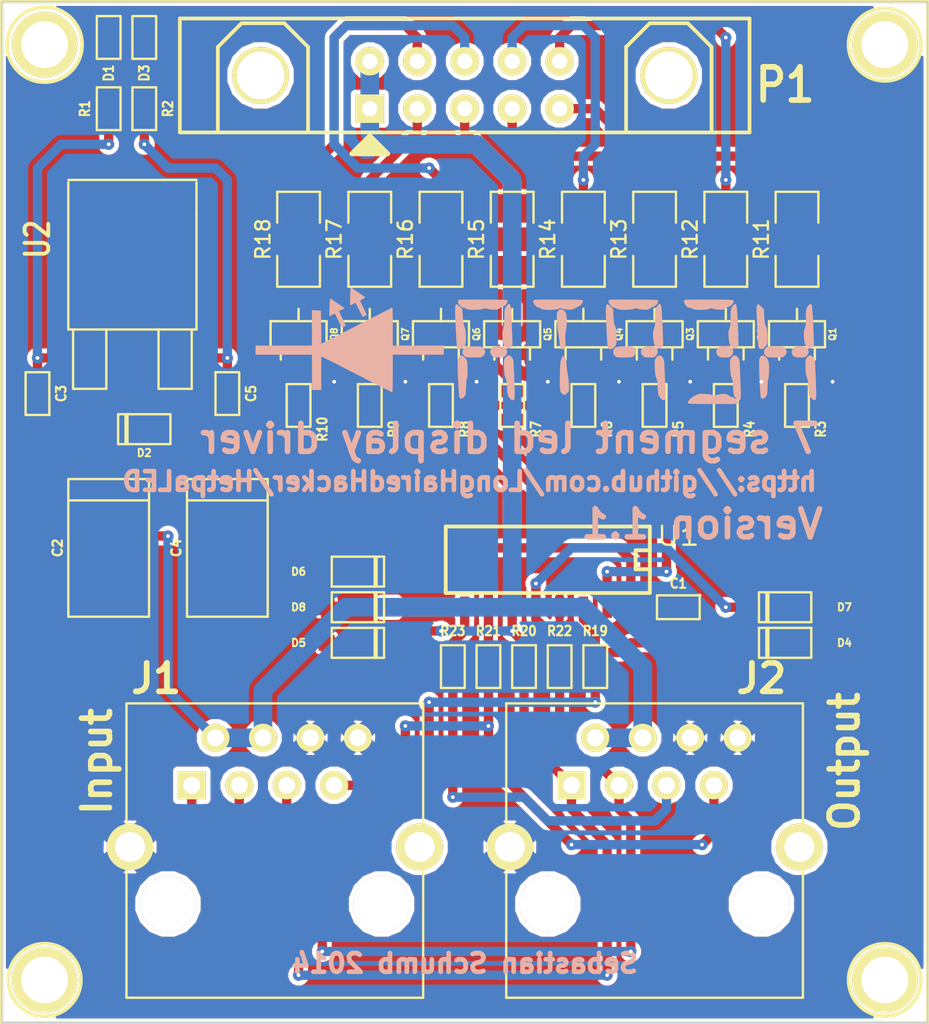
<source format=kicad_pcb>
(kicad_pcb (version 3) (host pcbnew "(2013-may-18)-stable")
  (layers (15 F.Cu signal) (0 B.Cu signal hide) (18 B.Paste user) (19 F.Paste user) (20 B.SilkS user hide) (21 F.SilkS user) (22 B.Mask user) (23 F.Mask user) (28 Edge.Cuts user))
  (net 0 "")
  (net 1 +24V)
  (net 2 +5V)
  (net 3 Clock)
  (net 4 Data_In)
  (net 5 Data_Out)
  (net 6 Enable)
  (net 7 FET_1)
  (net 8 FET_2)
  (net 9 FET_3)
  (net 10 FET_4)
  (net 11 FET_5)
  (net 12 FET_6)
  (net 13 FET_7)
  (net 14 FET_8)
  (net 15 GND)
  (net 16 N-0000017)
  (net 17 N-0000018)
  (net 18 N-0000019)
  (net 19 N-0000020)
  (net 20 N-0000021)
  (net 21 N-0000022)
  (net 22 N-0000023)
  (net 23 N-0000024)
  (net 24 N-0000025)
  (net 25 N-0000026)
  (net 26 N-0000027)
  (net 27 N-0000029)
  (net 28 N-0000030)
  (net 29 N-0000031)
  (net 30 N-0000032)
  (net 31 N-0000033)
  (net 32 N-0000034)
  (net 33 N-0000035)
  (net 34 N-0000036)
  (net 35 N-0000037)
  (net 36 N-0000038)
  (net 37 N-0000045)
  (net 38 N-0000047)
  (net 39 Reset)
  (net 40 SEG_1)
  (net 41 SEG_2)
  (net 42 SEG_3)
  (net 43 SEG_4)
  (net 44 SEG_5)
  (net 45 SEG_6)
  (net 46 SEG_7)
  (net 47 SEG_8)
  (module RJ45_MEBP_8-8G (layer F.Cu) (at 134.62 82.55)
    (fp_text reference J2 (at 5.715 -12.065) (layer F.SilkS) (effects (font (size 1.524 1.524) (thickness 0.3048))))
    (fp_text value RJ45 hide)
    (pad "" thru_hole circle (at 5.715 0) (size 3 3) (drill 3) (layers *.Cu *.Mask F.SilkS))
    (pad "" thru_hole circle (at -5.715 0) (size 3 3) (drill 3) (layers *.Cu *.Mask F.SilkS))
    (pad 1 thru_hole rect (at -4.445 -6.35) (size 1.50114 1.50114) (drill 0.89916) (layers *.Cu *.Mask F.SilkS) (net 3 Clock))
    (pad 2 thru_hole circle (at -3.175 -8.89) (size 1.50114 1.50114) (drill 0.89916) (layers *.Cu *.Mask F.SilkS) (net 1 +24V))
    (pad 3 thru_hole circle (at -1.905 -6.35) (size 1.50114 1.50114) (drill 0.89916) (layers *.Cu *.Mask F.SilkS) (net 6 Enable))
    (pad 4 thru_hole circle (at -0.635 -8.89) (size 1.50114 1.50114) (drill 0.89916) (layers *.Cu *.Mask F.SilkS) (net 1 +24V))
    (pad 5 thru_hole circle (at 0.635 -6.35) (size 1.50114 1.50114) (drill 0.89916) (layers *.Cu *.Mask F.SilkS) (net 5 Data_Out))
    (pad 6 thru_hole circle (at 1.905 -8.89) (size 1.50114 1.50114) (drill 0.89916) (layers *.Cu *.Mask F.SilkS) (net 15 GND))
    (pad 7 thru_hole circle (at 3.175 -6.35) (size 1.50114 1.50114) (drill 0.89916) (layers *.Cu *.Mask F.SilkS) (net 39 Reset))
    (pad 8 thru_hole circle (at 4.445 -8.89) (size 1.50114 1.50114) (drill 0.89916) (layers *.Cu *.Mask F.SilkS) (net 15 GND))
    (pad 9 thru_hole circle (at -7.745 -3.05) (size 2.5 2.5) (drill 1.6) (layers *.Cu *.Mask F.SilkS) (net 15 GND))
    (pad 10 thru_hole circle (at 7.747 -3.05) (size 2.5 2.5) (drill 1.6) (layers *.Cu *.Mask F.SilkS))
  )
  (module RJ45_MEBP_8-8G (layer F.Cu) (at 114.3 82.55)
    (fp_text reference J1 (at -6.35 -12.065) (layer F.SilkS) (effects (font (size 1.524 1.524) (thickness 0.3048))))
    (fp_text value RJ45 hide)
    (pad "" thru_hole circle (at 5.715 0) (size 3 3) (drill 3) (layers *.Cu *.Mask F.SilkS))
    (pad "" thru_hole circle (at -5.715 0) (size 3 3) (drill 3) (layers *.Cu *.Mask F.SilkS))
    (pad 1 thru_hole rect (at -4.445 -6.35) (size 1.50114 1.50114) (drill 0.89916) (layers *.Cu *.Mask F.SilkS) (net 3 Clock))
    (pad 2 thru_hole circle (at -3.175 -8.89) (size 1.50114 1.50114) (drill 0.89916) (layers *.Cu *.Mask F.SilkS) (net 1 +24V))
    (pad 3 thru_hole circle (at -1.905 -6.35) (size 1.50114 1.50114) (drill 0.89916) (layers *.Cu *.Mask F.SilkS) (net 6 Enable))
    (pad 4 thru_hole circle (at -0.635 -8.89) (size 1.50114 1.50114) (drill 0.89916) (layers *.Cu *.Mask F.SilkS) (net 1 +24V))
    (pad 5 thru_hole circle (at 0.635 -6.35) (size 1.50114 1.50114) (drill 0.89916) (layers *.Cu *.Mask F.SilkS) (net 4 Data_In))
    (pad 6 thru_hole circle (at 1.905 -8.89) (size 1.50114 1.50114) (drill 0.89916) (layers *.Cu *.Mask F.SilkS) (net 15 GND))
    (pad 7 thru_hole circle (at 3.175 -6.35) (size 1.50114 1.50114) (drill 0.89916) (layers *.Cu *.Mask F.SilkS) (net 39 Reset))
    (pad 8 thru_hole circle (at 4.445 -8.89) (size 1.50114 1.50114) (drill 0.89916) (layers *.Cu *.Mask F.SilkS) (net 15 GND))
    (pad 9 thru_hole circle (at -7.745 -3.05) (size 2.5 2.5) (drill 1.6) (layers *.Cu *.Mask F.SilkS) (net 15 GND))
    (pad 10 thru_hole circle (at 7.747 -3.05) (size 2.5 2.5) (drill 1.6) (layers *.Cu *.Mask F.SilkS))
  )
  (module 1pin (layer F.Cu) (at 101.981 36.576)
    (fp_text reference 1PIN hide)
    (fp_text value P*** hide)
    (pad 1 thru_hole circle (at 0 0) (size 3.5 3.5) (drill 2.5) (layers *.Cu *.Mask F.SilkS))
  )
  (module 1pin (layer F.Cu) (at 101.981 86.614)
    (fp_text reference 1PIN hide)
    (fp_text value P*** hide)
    (pad 1 thru_hole circle (at 0 0) (size 3.5 3.5) (drill 2.5) (layers *.Cu *.Mask F.SilkS))
  )
  (module 1pin (layer F.Cu) (at 146.939 86.614)
    (fp_text reference 1PIN hide)
    (fp_text value P*** hide)
    (pad 1 thru_hole circle (at 0 0) (size 3.5 3.5) (drill 2.5) (layers *.Cu *.Mask F.SilkS))
  )
  (module 1pin (layer F.Cu) (at 146.939 36.576)
    (fp_text reference 1PIN hide)
    (fp_text value P*** hide)
    (pad 1 thru_hole circle (at 0 0) (size 3.5 3.5) (drill 2.5) (layers *.Cu *.Mask F.SilkS))
  )
  (module HE10-10C (layer F.Cu) (at 124.46 38.735 180)
    (fp_text reference P1 (at -17.145 0 360) (layer F.SilkS) (effects (font (size 1.77546 1.5875) (thickness 0.3048))))
    (fp_text value HE10-10 hide)
    (pad 0 thru_hole circle (at -10.922 0.508 180) (size 3.048 3.048) (drill 2.54) (layers *.Cu *.Mask F.SilkS))
    (pad 0 thru_hole circle (at 10.922 0.508 180) (size 3.048 3.048) (drill 2.54) (layers *.Cu *.Mask F.SilkS))
    (pad 1 thru_hole rect (at 5.08 -1.27 180) (size 1.524 1.524) (drill 0.8128) (layers *.Cu *.Mask F.SilkS) (net 1 +24V))
    (pad 2 thru_hole circle (at 5.08 1.27 180) (size 1.524 1.524) (drill 0.8128) (layers *.Cu *.Mask F.SilkS) (net 1 +24V))
    (pad 3 thru_hole circle (at 2.54 -1.27 180) (size 1.524 1.524) (drill 0.8128) (layers *.Cu *.Mask F.SilkS) (net 46 SEG_7))
    (pad 4 thru_hole circle (at 2.54 1.27 180) (size 1.524 1.524) (drill 0.8128) (layers *.Cu *.Mask F.SilkS) (net 47 SEG_8))
    (pad 5 thru_hole circle (at 0 -1.27 180) (size 1.524 1.524) (drill 0.8128) (layers *.Cu *.Mask F.SilkS) (net 44 SEG_5))
    (pad 6 thru_hole circle (at 0 1.27 180) (size 1.524 1.524) (drill 0.8128) (layers *.Cu *.Mask F.SilkS) (net 45 SEG_6))
    (pad 7 thru_hole circle (at -2.54 -1.27 180) (size 1.524 1.524) (drill 0.8128) (layers *.Cu *.Mask F.SilkS) (net 42 SEG_3))
    (pad 8 thru_hole circle (at -2.54 1.27 180) (size 1.524 1.524) (drill 0.8128) (layers *.Cu *.Mask F.SilkS) (net 43 SEG_4))
    (pad 9 thru_hole circle (at -5.08 -1.27 180) (size 1.524 1.524) (drill 0.8128) (layers *.Cu *.Mask F.SilkS) (net 40 SEG_1))
    (pad 10 thru_hole circle (at -5.08 1.27 180) (size 1.524 1.524) (drill 0.8128) (layers *.Cu *.Mask F.SilkS) (net 41 SEG_2))
  )
  (module c_tant_D (layer F.Cu) (at 111.76 63.5 90)
    (fp_text reference C4 (at 0 -2.7305 90) (layer F.SilkS) (effects (font (size 0.50038 0.50038) (thickness 0.11938))))
    (fp_text value 10uF hide)
    (pad 1 smd rect (at 2.99974 0 90) (size 2.55016 2.70002) (layers F.Cu F.Paste F.Mask) (net 2 +5V))
    (pad 2 smd rect (at -2.99974 0 90) (size 2.55016 3.79984) (layers F.Cu F.Paste F.Mask) (net 15 GND))
  )
  (module sot23 (layer F.Cu) (at 119.38 52.07)
    (fp_text reference Q7 (at 1.905 0 90) (layer F.SilkS) (effects (font (size 0.35 0.35) (thickness 0.0875))))
    (fp_text value NDS355 hide)
    (pad 1 smd rect (at -0.9525 1.05664) (size 0.59944 1.00076) (layers F.Cu F.Paste F.Mask) (net 35 N-0000037))
    (pad 2 smd rect (at 0 -1.05664) (size 0.59944 1.00076) (layers F.Cu F.Paste F.Mask) (net 34 N-0000036))
    (pad 3 smd rect (at 0.9525 1.05664) (size 0.59944 1.00076) (layers F.Cu F.Paste F.Mask) (net 15 GND))
  )
  (module sot23 (layer F.Cu) (at 142.24 52.07)
    (fp_text reference Q1 (at 1.905 0 90) (layer F.SilkS) (effects (font (size 0.35 0.35) (thickness 0.0875))))
    (fp_text value NDS355 hide)
    (pad 1 smd rect (at -0.9525 1.05664) (size 0.59944 1.00076) (layers F.Cu F.Paste F.Mask) (net 22 N-0000023))
    (pad 2 smd rect (at 0 -1.05664) (size 0.59944 1.00076) (layers F.Cu F.Paste F.Mask) (net 21 N-0000022))
    (pad 3 smd rect (at 0.9525 1.05664) (size 0.59944 1.00076) (layers F.Cu F.Paste F.Mask) (net 15 GND))
  )
  (module sot23 (layer F.Cu) (at 123.19 52.07)
    (fp_text reference Q6 (at 1.905 0 90) (layer F.SilkS) (effects (font (size 0.35 0.35) (thickness 0.0875))))
    (fp_text value NDS355 hide)
    (pad 1 smd rect (at -0.9525 1.05664) (size 0.59944 1.00076) (layers F.Cu F.Paste F.Mask) (net 36 N-0000038))
    (pad 2 smd rect (at 0 -1.05664) (size 0.59944 1.00076) (layers F.Cu F.Paste F.Mask) (net 26 N-0000027))
    (pad 3 smd rect (at 0.9525 1.05664) (size 0.59944 1.00076) (layers F.Cu F.Paste F.Mask) (net 15 GND))
  )
  (module sot23 (layer F.Cu) (at 138.43 52.07)
    (fp_text reference Q2 (at 1.905 0 90) (layer F.SilkS) (effects (font (size 0.35 0.35) (thickness 0.0875))))
    (fp_text value NDS355 hide)
    (pad 1 smd rect (at -0.9525 1.05664) (size 0.59944 1.00076) (layers F.Cu F.Paste F.Mask) (net 20 N-0000021))
    (pad 2 smd rect (at 0 -1.05664) (size 0.59944 1.00076) (layers F.Cu F.Paste F.Mask) (net 23 N-0000024))
    (pad 3 smd rect (at 0.9525 1.05664) (size 0.59944 1.00076) (layers F.Cu F.Paste F.Mask) (net 15 GND))
  )
  (module sot23 (layer F.Cu) (at 115.57 52.07)
    (fp_text reference Q8 (at 1.905 0 90) (layer F.SilkS) (effects (font (size 0.35 0.35) (thickness 0.0875))))
    (fp_text value NDS355 hide)
    (pad 1 smd rect (at -0.9525 1.05664) (size 0.59944 1.00076) (layers F.Cu F.Paste F.Mask) (net 33 N-0000035))
    (pad 2 smd rect (at 0 -1.05664) (size 0.59944 1.00076) (layers F.Cu F.Paste F.Mask) (net 32 N-0000034))
    (pad 3 smd rect (at 0.9525 1.05664) (size 0.59944 1.00076) (layers F.Cu F.Paste F.Mask) (net 15 GND))
  )
  (module sot23 (layer F.Cu) (at 134.62 52.07)
    (fp_text reference Q3 (at 1.905 0 90) (layer F.SilkS) (effects (font (size 0.35 0.35) (thickness 0.0875))))
    (fp_text value NDS355 hide)
    (pad 1 smd rect (at -0.9525 1.05664) (size 0.59944 1.00076) (layers F.Cu F.Paste F.Mask) (net 19 N-0000020))
    (pad 2 smd rect (at 0 -1.05664) (size 0.59944 1.00076) (layers F.Cu F.Paste F.Mask) (net 18 N-0000019))
    (pad 3 smd rect (at 0.9525 1.05664) (size 0.59944 1.00076) (layers F.Cu F.Paste F.Mask) (net 15 GND))
  )
  (module sot23 (layer F.Cu) (at 130.81 52.07)
    (fp_text reference Q4 (at 1.905 0 90) (layer F.SilkS) (effects (font (size 0.35 0.35) (thickness 0.0875))))
    (fp_text value NDS355 hide)
    (pad 1 smd rect (at -0.9525 1.05664) (size 0.59944 1.00076) (layers F.Cu F.Paste F.Mask) (net 17 N-0000018))
    (pad 2 smd rect (at 0 -1.05664) (size 0.59944 1.00076) (layers F.Cu F.Paste F.Mask) (net 16 N-0000017))
    (pad 3 smd rect (at 0.9525 1.05664) (size 0.59944 1.00076) (layers F.Cu F.Paste F.Mask) (net 15 GND))
  )
  (module sot23 (layer F.Cu) (at 127 52.07)
    (fp_text reference Q5 (at 1.905 0 90) (layer F.SilkS) (effects (font (size 0.35 0.35) (thickness 0.0875))))
    (fp_text value NDS355 hide)
    (pad 1 smd rect (at -0.9525 1.05664) (size 0.59944 1.00076) (layers F.Cu F.Paste F.Mask) (net 25 N-0000026))
    (pad 2 smd rect (at 0 -1.05664) (size 0.59944 1.00076) (layers F.Cu F.Paste F.Mask) (net 24 N-0000025))
    (pad 3 smd rect (at 0.9525 1.05664) (size 0.59944 1.00076) (layers F.Cu F.Paste F.Mask) (net 15 GND))
  )
  (module sod123 (layer F.Cu) (at 107.315 57.15 180)
    (fp_text reference D2 (at 0 -1.27 180) (layer F.SilkS) (effects (font (size 0.39878 0.39878) (thickness 0.09906))))
    (fp_text value BAT42W hide)
    (pad 2 smd rect (at 1.67386 0 180) (size 0.8509 0.8509) (layers F.Cu F.Paste F.Mask) (net 1 +24V))
    (pad 1 smd rect (at -1.67386 0 180) (size 0.8509 0.8509) (layers F.Cu F.Paste F.Mask) (net 2 +5V))
  )
  (module SO16E (layer F.Cu) (at 128.905 64.135 180)
    (fp_text reference U1 (at -6.985 1.27 180) (layer F.SilkS) (effects (font (size 1.016 1.143) (thickness 0.127))))
    (fp_text value 74HC595 hide)
    (pad 1 smd rect (at -4.445 2.54 180) (size 0.508 1.143) (layers F.Cu F.Paste F.Mask) (net 8 FET_2))
    (pad 2 smd rect (at -3.175 2.54 180) (size 0.508 1.143) (layers F.Cu F.Paste F.Mask) (net 9 FET_3))
    (pad 3 smd rect (at -1.905 2.54 180) (size 0.508 1.143) (layers F.Cu F.Paste F.Mask) (net 10 FET_4))
    (pad 4 smd rect (at -0.635 2.54 180) (size 0.508 1.143) (layers F.Cu F.Paste F.Mask) (net 11 FET_5))
    (pad 5 smd rect (at 0.635 2.54 180) (size 0.508 1.143) (layers F.Cu F.Paste F.Mask) (net 12 FET_6))
    (pad 6 smd rect (at 1.905 2.54 180) (size 0.508 1.143) (layers F.Cu F.Paste F.Mask) (net 13 FET_7))
    (pad 7 smd rect (at 3.175 2.54 180) (size 0.508 1.143) (layers F.Cu F.Paste F.Mask) (net 14 FET_8))
    (pad 8 smd rect (at 4.445 2.54 180) (size 0.508 1.143) (layers F.Cu F.Paste F.Mask) (net 15 GND))
    (pad 9 smd rect (at 4.445 -2.54 180) (size 0.508 1.143) (layers F.Cu F.Paste F.Mask) (net 29 N-0000031))
    (pad 10 smd rect (at 3.175 -2.54 180) (size 0.508 1.143) (layers F.Cu F.Paste F.Mask) (net 27 N-0000029))
    (pad 11 smd rect (at 1.905 -2.54 180) (size 0.508 1.143) (layers F.Cu F.Paste F.Mask) (net 28 N-0000030))
    (pad 12 smd rect (at 0.635 -2.54 180) (size 0.508 1.143) (layers F.Cu F.Paste F.Mask) (net 31 N-0000033))
    (pad 13 smd rect (at -0.635 -2.54 180) (size 0.508 1.143) (layers F.Cu F.Paste F.Mask) (net 15 GND))
    (pad 14 smd rect (at -1.905 -2.54 180) (size 0.508 1.143) (layers F.Cu F.Paste F.Mask) (net 30 N-0000032))
    (pad 15 smd rect (at -3.175 -2.54 180) (size 0.508 1.143) (layers F.Cu F.Paste F.Mask) (net 7 FET_1))
    (pad 16 smd rect (at -4.445 -2.54 180) (size 0.508 1.143) (layers F.Cu F.Paste F.Mask) (net 2 +5V))
  )
  (module SM1206 (layer F.Cu) (at 130.81 46.99 90)
    (fp_text reference R14 (at 0 -1.905 90) (layer F.SilkS) (effects (font (size 0.762 0.762) (thickness 0.127))))
    (fp_text value 160 hide)
    (pad 1 smd rect (at -1.651 0 90) (size 1.524 2.032) (layers F.Cu F.Paste F.Mask) (net 16 N-0000017))
    (pad 2 smd rect (at 1.651 0 90) (size 1.524 2.032) (layers F.Cu F.Paste F.Mask) (net 43 SEG_4))
  )
  (module SM1206 (layer F.Cu) (at 123.19 46.99 90)
    (fp_text reference R16 (at 0 -1.905 90) (layer F.SilkS) (effects (font (size 0.762 0.762) (thickness 0.127))))
    (fp_text value 160 hide)
    (pad 1 smd rect (at -1.651 0 90) (size 1.524 2.032) (layers F.Cu F.Paste F.Mask) (net 26 N-0000027))
    (pad 2 smd rect (at 1.651 0 90) (size 1.524 2.032) (layers F.Cu F.Paste F.Mask) (net 45 SEG_6))
  )
  (module SM1206 (layer F.Cu) (at 127 46.99 90)
    (fp_text reference R15 (at 0 -1.905 90) (layer F.SilkS) (effects (font (size 0.762 0.762) (thickness 0.127))))
    (fp_text value 160 hide)
    (pad 1 smd rect (at -1.651 0 90) (size 1.524 2.032) (layers F.Cu F.Paste F.Mask) (net 24 N-0000025))
    (pad 2 smd rect (at 1.651 0 90) (size 1.524 2.032) (layers F.Cu F.Paste F.Mask) (net 44 SEG_5))
  )
  (module SM1206 (layer F.Cu) (at 119.38 46.99 90)
    (fp_text reference R17 (at 0 -1.905 90) (layer F.SilkS) (effects (font (size 0.762 0.762) (thickness 0.127))))
    (fp_text value 470 hide)
    (pad 1 smd rect (at -1.651 0 90) (size 1.524 2.032) (layers F.Cu F.Paste F.Mask) (net 34 N-0000036))
    (pad 2 smd rect (at 1.651 0 90) (size 1.524 2.032) (layers F.Cu F.Paste F.Mask) (net 46 SEG_7))
  )
  (module SM1206 (layer F.Cu) (at 134.62 46.99 90)
    (fp_text reference R13 (at 0 -1.905 90) (layer F.SilkS) (effects (font (size 0.762 0.762) (thickness 0.127))))
    (fp_text value 160 hide)
    (pad 1 smd rect (at -1.651 0 90) (size 1.524 2.032) (layers F.Cu F.Paste F.Mask) (net 18 N-0000019))
    (pad 2 smd rect (at 1.651 0 90) (size 1.524 2.032) (layers F.Cu F.Paste F.Mask) (net 42 SEG_3))
  )
  (module SM1206 (layer F.Cu) (at 138.43 46.99 90)
    (fp_text reference R12 (at 0 -1.905 90) (layer F.SilkS) (effects (font (size 0.762 0.762) (thickness 0.127))))
    (fp_text value 160 hide)
    (pad 1 smd rect (at -1.651 0 90) (size 1.524 2.032) (layers F.Cu F.Paste F.Mask) (net 23 N-0000024))
    (pad 2 smd rect (at 1.651 0 90) (size 1.524 2.032) (layers F.Cu F.Paste F.Mask) (net 41 SEG_2))
  )
  (module SM1206 (layer F.Cu) (at 142.24 46.99 90)
    (fp_text reference R11 (at 0 -1.905 90) (layer F.SilkS) (effects (font (size 0.762 0.762) (thickness 0.127))))
    (fp_text value 160 hide)
    (pad 1 smd rect (at -1.651 0 90) (size 1.524 2.032) (layers F.Cu F.Paste F.Mask) (net 21 N-0000022))
    (pad 2 smd rect (at 1.651 0 90) (size 1.524 2.032) (layers F.Cu F.Paste F.Mask) (net 40 SEG_1))
  )
  (module SM1206 (layer F.Cu) (at 115.57 46.99 90)
    (fp_text reference R18 (at 0 -1.905 90) (layer F.SilkS) (effects (font (size 0.762 0.762) (thickness 0.127))))
    (fp_text value 470 hide)
    (pad 1 smd rect (at -1.651 0 90) (size 1.524 2.032) (layers F.Cu F.Paste F.Mask) (net 32 N-0000034))
    (pad 2 smd rect (at 1.651 0 90) (size 1.524 2.032) (layers F.Cu F.Paste F.Mask) (net 47 SEG_8))
  )
  (module SM0603 (layer F.Cu) (at 107.315 40.005 90)
    (fp_text reference R2 (at 0 1.27 90) (layer F.SilkS) (effects (font (size 0.508 0.4572) (thickness 0.1143))))
    (fp_text value 1k hide)
    (pad 1 smd rect (at -0.762 0 90) (size 0.635 1.143) (layers F.Cu F.Paste F.Mask) (net 2 +5V))
    (pad 2 smd rect (at 0.762 0 90) (size 0.635 1.143) (layers F.Cu F.Paste F.Mask) (net 37 N-0000045))
  )
  (module SM0603 (layer F.Cu) (at 142.24 55.88 270)
    (fp_text reference R3 (at 1.27 -1.27 270) (layer F.SilkS) (effects (font (size 0.508 0.4572) (thickness 0.1143))))
    (fp_text value 220 hide)
    (pad 1 smd rect (at -0.762 0 270) (size 0.635 1.143) (layers F.Cu F.Paste F.Mask) (net 22 N-0000023))
    (pad 2 smd rect (at 0.762 0 270) (size 0.635 1.143) (layers F.Cu F.Paste F.Mask) (net 7 FET_1))
  )
  (module SM0603 (layer F.Cu) (at 101.6 55.245 270)
    (fp_text reference C3 (at 0 -1.27 270) (layer F.SilkS) (effects (font (size 0.508 0.4572) (thickness 0.1143))))
    (fp_text value 100nF hide)
    (pad 1 smd rect (at -0.762 0 270) (size 0.635 1.143) (layers F.Cu F.Paste F.Mask) (net 1 +24V))
    (pad 2 smd rect (at 0.762 0 270) (size 0.635 1.143) (layers F.Cu F.Paste F.Mask) (net 15 GND))
  )
  (module SM0603 (layer F.Cu) (at 138.43 55.88 270)
    (fp_text reference R4 (at 1.27 -1.27 270) (layer F.SilkS) (effects (font (size 0.508 0.4572) (thickness 0.1143))))
    (fp_text value 220 hide)
    (pad 1 smd rect (at -0.762 0 270) (size 0.635 1.143) (layers F.Cu F.Paste F.Mask) (net 20 N-0000021))
    (pad 2 smd rect (at 0.762 0 270) (size 0.635 1.143) (layers F.Cu F.Paste F.Mask) (net 8 FET_2))
  )
  (module SM0603 (layer F.Cu) (at 134.62 55.88 270)
    (fp_text reference R5 (at 1.27 -1.27 270) (layer F.SilkS) (effects (font (size 0.508 0.4572) (thickness 0.1143))))
    (fp_text value 220 hide)
    (pad 1 smd rect (at -0.762 0 270) (size 0.635 1.143) (layers F.Cu F.Paste F.Mask) (net 19 N-0000020))
    (pad 2 smd rect (at 0.762 0 270) (size 0.635 1.143) (layers F.Cu F.Paste F.Mask) (net 9 FET_3))
  )
  (module SM0603 (layer F.Cu) (at 130.81 55.88 270)
    (fp_text reference R6 (at 1.27 -1.27 270) (layer F.SilkS) (effects (font (size 0.508 0.4572) (thickness 0.1143))))
    (fp_text value 220 hide)
    (pad 1 smd rect (at -0.762 0 270) (size 0.635 1.143) (layers F.Cu F.Paste F.Mask) (net 17 N-0000018))
    (pad 2 smd rect (at 0.762 0 270) (size 0.635 1.143) (layers F.Cu F.Paste F.Mask) (net 10 FET_4))
  )
  (module SM0603 (layer F.Cu) (at 107.315 36.195 90)
    (fp_text reference D3 (at -1.905 0 90) (layer F.SilkS) (effects (font (size 0.508 0.4572) (thickness 0.1143))))
    (fp_text value LED hide)
    (pad 1 smd rect (at -0.762 0 90) (size 0.635 1.143) (layers F.Cu F.Paste F.Mask) (net 37 N-0000045))
    (pad 2 smd rect (at 0.762 0 90) (size 0.635 1.143) (layers F.Cu F.Paste F.Mask) (net 15 GND))
  )
  (module SM0603 (layer F.Cu) (at 105.41 40.005 90)
    (fp_text reference R1 (at 0 -1.27 90) (layer F.SilkS) (effects (font (size 0.508 0.4572) (thickness 0.1143))))
    (fp_text value 1k hide)
    (pad 1 smd rect (at -0.762 0 90) (size 0.635 1.143) (layers F.Cu F.Paste F.Mask) (net 1 +24V))
    (pad 2 smd rect (at 0.762 0 90) (size 0.635 1.143) (layers F.Cu F.Paste F.Mask) (net 38 N-0000047))
  )
  (module SM0603 (layer F.Cu) (at 127 55.88 270)
    (fp_text reference R7 (at 1.27 -1.27 270) (layer F.SilkS) (effects (font (size 0.508 0.4572) (thickness 0.1143))))
    (fp_text value 220 hide)
    (pad 1 smd rect (at -0.762 0 270) (size 0.635 1.143) (layers F.Cu F.Paste F.Mask) (net 25 N-0000026))
    (pad 2 smd rect (at 0.762 0 270) (size 0.635 1.143) (layers F.Cu F.Paste F.Mask) (net 11 FET_5))
  )
  (module SM0603 (layer F.Cu) (at 105.41 36.195 90)
    (fp_text reference D1 (at -1.905 0 90) (layer F.SilkS) (effects (font (size 0.508 0.4572) (thickness 0.1143))))
    (fp_text value LED hide)
    (pad 1 smd rect (at -0.762 0 90) (size 0.635 1.143) (layers F.Cu F.Paste F.Mask) (net 38 N-0000047))
    (pad 2 smd rect (at 0.762 0 90) (size 0.635 1.143) (layers F.Cu F.Paste F.Mask) (net 15 GND))
  )
  (module SM0603 (layer F.Cu) (at 135.89 66.675)
    (fp_text reference C1 (at 0 -1.27) (layer F.SilkS) (effects (font (size 0.508 0.4572) (thickness 0.1143))))
    (fp_text value 100n hide)
    (pad 1 smd rect (at -0.762 0) (size 0.635 1.143) (layers F.Cu F.Paste F.Mask) (net 2 +5V))
    (pad 2 smd rect (at 0.762 0) (size 0.635 1.143) (layers F.Cu F.Paste F.Mask) (net 15 GND))
  )
  (module SM0603 (layer F.Cu) (at 123.19 55.88 270)
    (fp_text reference R8 (at 1.27 -1.27 270) (layer F.SilkS) (effects (font (size 0.508 0.4572) (thickness 0.1143))))
    (fp_text value 220 hide)
    (pad 1 smd rect (at -0.762 0 270) (size 0.635 1.143) (layers F.Cu F.Paste F.Mask) (net 36 N-0000038))
    (pad 2 smd rect (at 0.762 0 270) (size 0.635 1.143) (layers F.Cu F.Paste F.Mask) (net 12 FET_6))
  )
  (module SM0603 (layer F.Cu) (at 115.57 55.88 270)
    (fp_text reference R10 (at 1.27 -1.27 270) (layer F.SilkS) (effects (font (size 0.508 0.4572) (thickness 0.1143))))
    (fp_text value 220 hide)
    (pad 1 smd rect (at -0.762 0 270) (size 0.635 1.143) (layers F.Cu F.Paste F.Mask) (net 33 N-0000035))
    (pad 2 smd rect (at 0.762 0 270) (size 0.635 1.143) (layers F.Cu F.Paste F.Mask) (net 14 FET_8))
  )
  (module SM0603 (layer F.Cu) (at 119.38 55.88 270)
    (fp_text reference R9 (at 1.27 -1.27 270) (layer F.SilkS) (effects (font (size 0.508 0.4572) (thickness 0.1143))))
    (fp_text value 220 hide)
    (pad 1 smd rect (at -0.762 0 270) (size 0.635 1.143) (layers F.Cu F.Paste F.Mask) (net 35 N-0000037))
    (pad 2 smd rect (at 0.762 0 270) (size 0.635 1.143) (layers F.Cu F.Paste F.Mask) (net 13 FET_7))
  )
  (module DPAK2 (layer F.Cu) (at 106.68 53.34)
    (fp_text reference U2 (at -5.08 -6.35 90) (layer F.SilkS) (effects (font (size 1.27 1.016) (thickness 0.2032))))
    (fp_text value TS2937 hide)
    (pad 1 smd rect (at -2.286 0) (size 1.651 3.048) (layers F.Cu F.Paste F.Mask) (net 1 +24V))
    (pad 2 smd rect (at 0 -6.35) (size 6.096 6.096) (layers F.Cu F.Paste F.Mask) (net 15 GND))
    (pad 3 smd rect (at 2.286 0) (size 1.651 3.048) (layers F.Cu F.Paste F.Mask) (net 2 +5V))
  )
  (module c_tant_D (layer F.Cu) (at 105.41 63.5 90)
    (fp_text reference C2 (at 0 -2.7305 90) (layer F.SilkS) (effects (font (size 0.50038 0.50038) (thickness 0.11938))))
    (fp_text value 10uF hide)
    (pad 1 smd rect (at 2.99974 0 90) (size 2.55016 2.70002) (layers F.Cu F.Paste F.Mask) (net 1 +24V))
    (pad 2 smd rect (at -2.99974 0 90) (size 2.55016 3.79984) (layers F.Cu F.Paste F.Mask) (net 15 GND))
  )
  (module SM0603 (layer F.Cu) (at 111.76 55.245 270)
    (fp_text reference C5 (at 0 -1.27 270) (layer F.SilkS) (effects (font (size 0.508 0.4572) (thickness 0.1143))))
    (fp_text value 100nF hide)
    (pad 1 smd rect (at -0.762 0 270) (size 0.635 1.143) (layers F.Cu F.Paste F.Mask) (net 2 +5V))
    (pad 2 smd rect (at 0.762 0 270) (size 0.635 1.143) (layers F.Cu F.Paste F.Mask) (net 15 GND))
  )
  (module logo_silkbot_30_00mm (layer B.Cu) (at 128.27 52.705)
    (fp_text reference G*** hide)
    (fp_text value logo_silkbot_30_00mm hide)
  )
  (module sod123 (layer F.Cu) (at 141.605 68.58 180)
    (fp_text reference D4 (at -3.175 0 180) (layer F.SilkS) (effects (font (size 0.39878 0.39878) (thickness 0.09906))))
    (fp_text value ZENER hide)
    (pad 2 smd rect (at 1.67386 0 180) (size 0.8509 0.8509) (layers F.Cu F.Paste F.Mask) (net 30 N-0000032))
    (pad 1 smd rect (at -1.67386 0 180) (size 0.8509 0.8509) (layers F.Cu F.Paste F.Mask) (net 15 GND))
  )
  (module sod123 (layer F.Cu) (at 118.745 68.58)
    (fp_text reference D5 (at -3.175 0) (layer F.SilkS) (effects (font (size 0.39878 0.39878) (thickness 0.09906))))
    (fp_text value ZENER hide)
    (pad 2 smd rect (at 1.67386 0) (size 0.8509 0.8509) (layers F.Cu F.Paste F.Mask) (net 28 N-0000030))
    (pad 1 smd rect (at -1.67386 0) (size 0.8509 0.8509) (layers F.Cu F.Paste F.Mask) (net 15 GND))
  )
  (module sod123 (layer F.Cu) (at 118.745 64.77)
    (fp_text reference D6 (at -3.175 0) (layer F.SilkS) (effects (font (size 0.39878 0.39878) (thickness 0.09906))))
    (fp_text value ZENER hide)
    (pad 2 smd rect (at 1.67386 0) (size 0.8509 0.8509) (layers F.Cu F.Paste F.Mask) (net 27 N-0000029))
    (pad 1 smd rect (at -1.67386 0) (size 0.8509 0.8509) (layers F.Cu F.Paste F.Mask) (net 15 GND))
  )
  (module sod123 (layer F.Cu) (at 141.605 66.675 180)
    (fp_text reference D7 (at -3.175 0 180) (layer F.SilkS) (effects (font (size 0.39878 0.39878) (thickness 0.09906))))
    (fp_text value ZENER hide)
    (pad 2 smd rect (at 1.67386 0 180) (size 0.8509 0.8509) (layers F.Cu F.Paste F.Mask) (net 31 N-0000033))
    (pad 1 smd rect (at -1.67386 0 180) (size 0.8509 0.8509) (layers F.Cu F.Paste F.Mask) (net 15 GND))
  )
  (module sod123 (layer F.Cu) (at 118.745 66.675)
    (fp_text reference D8 (at -3.175 0) (layer F.SilkS) (effects (font (size 0.39878 0.39878) (thickness 0.09906))))
    (fp_text value ZENER hide)
    (pad 2 smd rect (at 1.67386 0) (size 0.8509 0.8509) (layers F.Cu F.Paste F.Mask) (net 29 N-0000031))
    (pad 1 smd rect (at -1.67386 0) (size 0.8509 0.8509) (layers F.Cu F.Paste F.Mask) (net 15 GND))
  )
  (module SM0603 (layer F.Cu) (at 131.445 69.85 90)
    (fp_text reference R19 (at 1.905 0 180) (layer F.SilkS) (effects (font (size 0.508 0.4572) (thickness 0.1143))))
    (fp_text value 1k hide)
    (pad 1 smd rect (at -0.762 0 90) (size 0.635 1.143) (layers F.Cu F.Paste F.Mask) (net 4 Data_In))
    (pad 2 smd rect (at 0.762 0 90) (size 0.635 1.143) (layers F.Cu F.Paste F.Mask) (net 30 N-0000032))
  )
  (module SM0603 (layer F.Cu) (at 127.635 69.85 90)
    (fp_text reference R20 (at 1.905 0 180) (layer F.SilkS) (effects (font (size 0.508 0.4572) (thickness 0.1143))))
    (fp_text value 1k hide)
    (pad 1 smd rect (at -0.762 0 90) (size 0.635 1.143) (layers F.Cu F.Paste F.Mask) (net 3 Clock))
    (pad 2 smd rect (at 0.762 0 90) (size 0.635 1.143) (layers F.Cu F.Paste F.Mask) (net 28 N-0000030))
  )
  (module SM0603 (layer F.Cu) (at 125.73 69.85 90)
    (fp_text reference R21 (at 1.905 0 180) (layer F.SilkS) (effects (font (size 0.508 0.4572) (thickness 0.1143))))
    (fp_text value 1k hide)
    (pad 1 smd rect (at -0.762 0 90) (size 0.635 1.143) (layers F.Cu F.Paste F.Mask) (net 39 Reset))
    (pad 2 smd rect (at 0.762 0 90) (size 0.635 1.143) (layers F.Cu F.Paste F.Mask) (net 27 N-0000029))
  )
  (module SM0603 (layer F.Cu) (at 129.54 69.85 90)
    (fp_text reference R22 (at 1.905 0 180) (layer F.SilkS) (effects (font (size 0.508 0.4572) (thickness 0.1143))))
    (fp_text value 1k hide)
    (pad 1 smd rect (at -0.762 0 90) (size 0.635 1.143) (layers F.Cu F.Paste F.Mask) (net 6 Enable))
    (pad 2 smd rect (at 0.762 0 90) (size 0.635 1.143) (layers F.Cu F.Paste F.Mask) (net 31 N-0000033))
  )
  (module SM0603 (layer F.Cu) (at 123.825 69.85 270)
    (fp_text reference R23 (at -1.905 0 360) (layer F.SilkS) (effects (font (size 0.508 0.4572) (thickness 0.1143))))
    (fp_text value 1k hide)
    (pad 1 smd rect (at -0.762 0 270) (size 0.635 1.143) (layers F.Cu F.Paste F.Mask) (net 29 N-0000031))
    (pad 2 smd rect (at 0.762 0 270) (size 0.635 1.143) (layers F.Cu F.Paste F.Mask) (net 5 Data_Out))
  )
  (gr_line (start 149.225 88.9) (end 149.225 34.29) (angle 90) (layer F.SilkS) (width 0.2))
  (gr_line (start 99.695 88.9) (end 149.225 88.9) (angle 90) (layer F.SilkS) (width 0.2))
  (gr_line (start 99.695 34.29) (end 99.695 88.9) (angle 90) (layer F.SilkS) (width 0.2))
  (gr_line (start 149.225 34.29) (end 99.695 34.29) (angle 90) (layer F.SilkS) (width 0.2))
  (gr_text "Version 1.1" (at 137.16 62.23) (layer B.SilkS) (effects (font (size 1.5 1.5) (thickness 0.3)) (justify mirror)))
  (gr_text "Sebastian Schumb 2014" (at 124.46 85.725) (layer B.SilkS) (effects (font (size 1 1) (thickness 0.25)) (justify mirror)))
  (gr_text Output (at 144.78 74.93 90) (layer F.SilkS) (effects (font (size 1.5 1.5) (thickness 0.3))))
  (gr_text Input (at 104.775 74.93 90) (layer F.SilkS) (effects (font (size 1.5 1.5) (thickness 0.3))))
  (gr_text https://github.com/LongHairedHacker/HetpaLED (at 124.714 59.944) (layer B.SilkS) (effects (font (size 1 1) (thickness 0.25)) (justify mirror)))
  (gr_text "7 segment led display driver" (at 126.873 57.658) (layer B.SilkS) (effects (font (size 1.5 1.5) (thickness 0.3)) (justify mirror)))
  (gr_line (start 99.695 34.29) (end 149.225 34.29) (angle 90) (layer Edge.Cuts) (width 0.1))
  (gr_line (start 99.695 88.9) (end 99.695 34.29) (angle 90) (layer Edge.Cuts) (width 0.1))
  (gr_line (start 149.225 88.9) (end 99.695 88.9) (angle 90) (layer Edge.Cuts) (width 0.1))
  (gr_line (start 149.225 34.29) (end 149.225 88.9) (angle 90) (layer Edge.Cuts) (width 0.1))
  (segment (start 105.41 60.50026) (end 105.41 62.23) (width 0.5) (layer F.Cu) (net 1))
  (segment (start 108.585 71.12) (end 111.125 73.66) (width 0.5) (layer B.Cu) (net 1))
  (segment (start 108.585 62.865) (end 108.585 71.12) (width 0.5) (layer B.Cu) (net 1))
  (via (at 108.585 62.865) (size 0.6) (drill 0.2) (layers F.Cu B.Cu) (net 1))
  (segment (start 106.045 62.865) (end 108.585 62.865) (width 0.5) (layer F.Cu) (net 1))
  (segment (start 105.41 62.23) (end 106.045 62.865) (width 0.5) (layer F.Cu) (net 1))
  (segment (start 127 66.675) (end 127 64.77) (width 1) (layer B.Cu) (net 1))
  (segment (start 127 64.77) (end 127 43.815) (width 1) (layer B.Cu) (net 1))
  (segment (start 119.38 41.275) (end 119.38 40.005) (width 1) (layer B.Cu) (net 1))
  (segment (start 119.38 41.275) (end 120.015 41.91) (width 1) (layer B.Cu) (net 1))
  (segment (start 120.015 41.91) (end 125.095 41.91) (width 1) (layer B.Cu) (net 1))
  (segment (start 125.095 41.91) (end 127 43.815) (width 1) (layer B.Cu) (net 1))
  (segment (start 119.38 37.465) (end 119.38 40.005) (width 1) (layer B.Cu) (net 1))
  (segment (start 105.41 40.767) (end 105.41 41.91) (width 0.5) (layer F.Cu) (net 1))
  (via (at 105.41 41.91) (size 0.6) (drill 0.2) (layers F.Cu B.Cu) (net 1))
  (segment (start 102.87 41.91) (end 105.41 41.91) (width 0.5) (layer B.Cu) (net 1))
  (segment (start 101.6 43.18) (end 102.87 41.91) (width 0.5) (layer B.Cu) (net 1))
  (segment (start 101.6 43.18) (end 101.6 53.34) (width 0.5) (layer B.Cu) (net 1))
  (via (at 101.6 53.34) (size 0.6) (drill 0.2) (layers F.Cu B.Cu) (net 1))
  (segment (start 118.11 66.675) (end 127 66.675) (width 1) (layer B.Cu) (net 1))
  (segment (start 127 66.675) (end 130.81 66.675) (width 1) (layer B.Cu) (net 1))
  (segment (start 105.64114 57.15) (end 105.64114 58.18886) (width 0.5) (layer F.Cu) (net 1))
  (segment (start 105.64114 58.18886) (end 105.41 58.42) (width 0.5) (layer F.Cu) (net 1))
  (segment (start 105.41 58.42) (end 105.41 60.50026) (width 0.5) (layer F.Cu) (net 1))
  (segment (start 105.64114 57.15) (end 105.64114 56.11114) (width 0.5) (layer F.Cu) (net 1))
  (segment (start 104.394 54.864) (end 105.41 55.88) (width 0.5) (layer F.Cu) (net 1))
  (segment (start 104.394 54.864) (end 104.394 53.34) (width 0.5) (layer F.Cu) (net 1))
  (segment (start 105.64114 56.11114) (end 105.41 55.88) (width 0.5) (layer F.Cu) (net 1))
  (segment (start 101.6 54.483) (end 101.6 53.34) (width 0.5) (layer F.Cu) (net 1))
  (segment (start 101.6 53.34) (end 104.394 53.34) (width 0.5) (layer F.Cu) (net 1))
  (segment (start 133.985 73.66) (end 133.985 69.85) (width 1) (layer B.Cu) (net 1))
  (segment (start 133.985 69.85) (end 130.81 66.675) (width 1) (layer B.Cu) (net 1))
  (segment (start 118.11 66.675) (end 118.11 66.675) (width 1) (layer B.Cu) (net 1))
  (segment (start 113.665 71.12) (end 118.11 66.675) (width 1) (layer B.Cu) (net 1))
  (segment (start 113.665 71.12) (end 113.665 71.12) (width 1) (layer B.Cu) (net 1))
  (segment (start 113.665 71.12) (end 113.665 73.66) (width 1) (layer B.Cu) (net 1))
  (segment (start 131.445 73.66) (end 133.985 73.66) (width 1) (layer B.Cu) (net 1))
  (segment (start 111.125 73.66) (end 113.665 73.66) (width 1) (layer B.Cu) (net 1))
  (segment (start 133.35 66.675) (end 135.128 66.675) (width 0.5) (layer F.Cu) (net 2))
  (segment (start 107.315 40.767) (end 107.315 41.91) (width 0.5) (layer F.Cu) (net 2))
  (via (at 107.315 41.91) (size 0.6) (drill 0.2) (layers F.Cu B.Cu) (net 2))
  (segment (start 107.315 41.91) (end 108.585 43.18) (width 0.5) (layer B.Cu) (net 2))
  (segment (start 108.585 43.18) (end 111.125 43.18) (width 0.5) (layer B.Cu) (net 2))
  (segment (start 111.125 43.18) (end 111.76 43.815) (width 0.5) (layer B.Cu) (net 2))
  (via (at 111.76 53.34) (size 0.6) (drill 0.2) (layers F.Cu B.Cu) (net 2))
  (segment (start 111.76 43.815) (end 111.76 53.34) (width 0.5) (layer B.Cu) (net 2))
  (segment (start 133.35 66.675) (end 133.35 64.135) (width 0.5) (layer F.Cu) (net 2))
  (segment (start 132.715 63.5) (end 133.35 64.135) (width 0.5) (layer F.Cu) (net 2))
  (segment (start 112.395 62.865) (end 123.19 62.865) (width 0.5) (layer F.Cu) (net 2))
  (segment (start 111.76 62.23) (end 112.395 62.865) (width 0.5) (layer F.Cu) (net 2))
  (segment (start 111.76 62.23) (end 111.76 60.50026) (width 0.5) (layer F.Cu) (net 2))
  (segment (start 123.19 62.865) (end 123.825 63.5) (width 0.5) (layer F.Cu) (net 2))
  (segment (start 123.825 63.5) (end 132.715 63.5) (width 0.5) (layer F.Cu) (net 2))
  (segment (start 111.76 53.34) (end 111.76 54.483) (width 0.5) (layer F.Cu) (net 2))
  (segment (start 108.966 53.34) (end 111.76 53.34) (width 0.5) (layer F.Cu) (net 2))
  (segment (start 111.76 53.34) (end 111.76 53.34) (width 0.5) (layer F.Cu) (net 2))
  (segment (start 108.98886 57.15) (end 110.49 57.15) (width 0.5) (layer F.Cu) (net 2))
  (segment (start 110.49 57.15) (end 111.76 58.42) (width 0.5) (layer F.Cu) (net 2))
  (segment (start 111.76 58.42) (end 111.76 60.50026) (width 0.5) (layer F.Cu) (net 2))
  (segment (start 108.966 53.34) (end 108.966 57.12714) (width 0.5) (layer F.Cu) (net 2))
  (segment (start 108.966 57.12714) (end 108.98886 57.15) (width 0.5) (layer F.Cu) (net 2))
  (via (at 132.08 86.36) (size 0.6) (drill 0.2) (layers F.Cu B.Cu) (net 3))
  (segment (start 130.175 76.2) (end 130.175 77.47) (width 0.5) (layer F.Cu) (net 3))
  (segment (start 132.08 79.375) (end 132.08 80.645) (width 0.5) (layer F.Cu) (net 3))
  (segment (start 130.175 77.47) (end 132.08 79.375) (width 0.5) (layer F.Cu) (net 3))
  (segment (start 132.08 85.09) (end 132.08 80.645) (width 0.5) (layer F.Cu) (net 3))
  (segment (start 115.57 86.36) (end 132.08 86.36) (width 0.5) (layer B.Cu) (net 3))
  (segment (start 115.57 83.185) (end 115.57 85.09) (width 0.5) (layer F.Cu) (net 3))
  (segment (start 109.855 77.47) (end 113.03 80.645) (width 0.5) (layer F.Cu) (net 3))
  (segment (start 113.03 80.645) (end 113.03 80.645) (width 0.5) (layer F.Cu) (net 3))
  (segment (start 113.03 80.645) (end 115.57 83.185) (width 0.5) (layer F.Cu) (net 3))
  (segment (start 109.855 77.47) (end 109.855 76.2) (width 0.5) (layer F.Cu) (net 3))
  (segment (start 115.57 85.09) (end 115.57 86.36) (width 0.5) (layer F.Cu) (net 3))
  (via (at 115.57 86.36) (size 0.6) (drill 0.2) (layers F.Cu B.Cu) (net 3))
  (segment (start 132.08 86.36) (end 132.08 85.09) (width 0.5) (layer F.Cu) (net 3))
  (segment (start 127.635 70.612) (end 127.635 73.66) (width 0.5) (layer F.Cu) (net 3))
  (segment (start 127.635 73.66) (end 130.175 76.2) (width 0.5) (layer F.Cu) (net 3))
  (segment (start 115.57 78.105) (end 119.38 78.105) (width 0.5) (layer F.Cu) (net 4))
  (segment (start 114.935 77.47) (end 115.57 78.105) (width 0.5) (layer F.Cu) (net 4))
  (segment (start 114.935 76.2) (end 114.935 77.47) (width 0.5) (layer F.Cu) (net 4))
  (segment (start 119.38 78.105) (end 122.555 74.93) (width 0.5) (layer F.Cu) (net 4))
  (via (at 122.555 71.755) (size 0.6) (drill 0.2) (layers F.Cu B.Cu) (net 4))
  (via (at 131.445 71.755) (size 0.6) (drill 0.2) (layers F.Cu B.Cu) (net 4))
  (segment (start 131.445 71.755) (end 122.555 71.755) (width 0.5) (layer B.Cu) (net 4))
  (segment (start 131.445 70.612) (end 131.445 71.755) (width 0.5) (layer F.Cu) (net 4))
  (segment (start 122.555 71.755) (end 122.555 74.93) (width 0.5) (layer F.Cu) (net 4))
  (segment (start 122.555 74.93) (end 122.555 74.93) (width 0.5) (layer F.Cu) (net 4))
  (via (at 123.825 76.835) (size 0.6) (drill 0.2) (layers F.Cu B.Cu) (net 5))
  (segment (start 123.825 70.612) (end 123.825 76.835) (width 0.5) (layer F.Cu) (net 5))
  (segment (start 135.255 77.47) (end 135.255 76.2) (width 0.5) (layer B.Cu) (net 5))
  (segment (start 134.62 78.105) (end 135.255 77.47) (width 0.5) (layer B.Cu) (net 5))
  (segment (start 128.905 78.105) (end 134.62 78.105) (width 0.5) (layer B.Cu) (net 5))
  (segment (start 127.635 76.835) (end 128.905 78.105) (width 0.5) (layer B.Cu) (net 5))
  (segment (start 127 76.835) (end 127.635 76.835) (width 0.5) (layer B.Cu) (net 5))
  (segment (start 123.825 76.835) (end 127 76.835) (width 0.5) (layer B.Cu) (net 5))
  (via (at 116.84 85.09) (size 0.6) (drill 0.2) (layers F.Cu B.Cu) (net 6))
  (segment (start 132.715 76.2) (end 132.715 76.835) (width 0.5) (layer F.Cu) (net 6))
  (segment (start 133.35 78.105) (end 133.35 80.645) (width 0.5) (layer F.Cu) (net 6))
  (segment (start 132.715 77.47) (end 133.35 78.105) (width 0.5) (layer F.Cu) (net 6))
  (segment (start 132.715 76.835) (end 132.715 77.47) (width 0.5) (layer F.Cu) (net 6))
  (segment (start 133.35 85.09) (end 133.35 80.645) (width 0.5) (layer F.Cu) (net 6))
  (segment (start 116.84 84.455) (end 116.84 85.09) (width 0.5) (layer F.Cu) (net 6))
  (segment (start 112.395 77.47) (end 112.395 76.2) (width 0.5) (layer F.Cu) (net 6))
  (segment (start 114.3 79.375) (end 116.84 81.915) (width 0.5) (layer F.Cu) (net 6))
  (segment (start 114.3 79.375) (end 114.3 79.375) (width 0.5) (layer F.Cu) (net 6))
  (segment (start 112.395 77.47) (end 114.3 79.375) (width 0.5) (layer F.Cu) (net 6))
  (segment (start 116.84 81.915) (end 116.84 84.455) (width 0.5) (layer F.Cu) (net 6))
  (via (at 133.35 85.09) (size 0.6) (drill 0.2) (layers F.Cu B.Cu) (net 6))
  (segment (start 116.84 85.09) (end 133.35 85.09) (width 0.5) (layer B.Cu) (net 6))
  (segment (start 129.54 70.612) (end 129.54 74.295) (width 0.5) (layer F.Cu) (net 6))
  (segment (start 130.175 74.93) (end 129.54 74.295) (width 0.5) (layer F.Cu) (net 6))
  (segment (start 131.445 74.93) (end 132.715 76.2) (width 0.5) (layer F.Cu) (net 6))
  (segment (start 131.445 74.93) (end 130.175 74.93) (width 0.5) (layer F.Cu) (net 6))
  (segment (start 135.255 63.5) (end 135.255 62.865) (width 0.5) (layer F.Cu) (net 7))
  (segment (start 142.24 57.15) (end 142.24 56.642) (width 0.5) (layer F.Cu) (net 7))
  (segment (start 140.335 59.055) (end 142.24 57.15) (width 0.5) (layer F.Cu) (net 7))
  (segment (start 139.065 59.055) (end 140.335 59.055) (width 0.5) (layer F.Cu) (net 7))
  (segment (start 135.255 62.865) (end 139.065 59.055) (width 0.5) (layer F.Cu) (net 7))
  (segment (start 135.255 63.5) (end 135.255 63.5) (width 0.5) (layer F.Cu) (net 7))
  (segment (start 135.255 63.5) (end 135.255 64.77) (width 0.5) (layer F.Cu) (net 7))
  (via (at 135.255 64.77) (size 0.6) (drill 0.2) (layers F.Cu B.Cu) (net 7))
  (via (at 132.08 64.77) (size 0.6) (drill 0.2) (layers F.Cu B.Cu) (net 7))
  (segment (start 132.08 64.77) (end 132.08 66.675) (width 0.5) (layer F.Cu) (net 7))
  (segment (start 133.985 64.77) (end 135.255 64.77) (width 0.5) (layer B.Cu) (net 7))
  (segment (start 132.08 64.77) (end 133.985 64.77) (width 0.5) (layer B.Cu) (net 7))
  (segment (start 133.35 61.595) (end 133.35 60.96) (width 0.5) (layer F.Cu) (net 8))
  (segment (start 138.43 57.15) (end 138.43 56.642) (width 0.5) (layer F.Cu) (net 8))
  (segment (start 137.795 57.785) (end 138.43 57.15) (width 0.5) (layer F.Cu) (net 8))
  (segment (start 136.525 57.785) (end 137.795 57.785) (width 0.5) (layer F.Cu) (net 8))
  (segment (start 133.35 60.96) (end 136.525 57.785) (width 0.5) (layer F.Cu) (net 8))
  (segment (start 132.08 61.595) (end 132.08 59.69) (width 0.5) (layer F.Cu) (net 9))
  (segment (start 134.62 57.15) (end 134.62 56.642) (width 0.5) (layer F.Cu) (net 9))
  (segment (start 132.08 59.69) (end 134.62 57.15) (width 0.5) (layer F.Cu) (net 9))
  (segment (start 130.81 61.595) (end 130.81 56.642) (width 0.5) (layer F.Cu) (net 10))
  (segment (start 129.54 61.595) (end 129.54 59.69) (width 0.5) (layer F.Cu) (net 11))
  (segment (start 127 57.15) (end 127 56.642) (width 0.5) (layer F.Cu) (net 11))
  (segment (start 129.54 59.69) (end 127 57.15) (width 0.5) (layer F.Cu) (net 11))
  (segment (start 128.27 61.595) (end 128.27 60.325) (width 0.5) (layer F.Cu) (net 12))
  (segment (start 123.19 57.15) (end 123.19 56.642) (width 0.5) (layer F.Cu) (net 12))
  (segment (start 123.825 57.785) (end 123.19 57.15) (width 0.5) (layer F.Cu) (net 12))
  (segment (start 125.73 57.785) (end 123.825 57.785) (width 0.5) (layer F.Cu) (net 12))
  (segment (start 128.27 60.325) (end 125.73 57.785) (width 0.5) (layer F.Cu) (net 12))
  (segment (start 127 61.595) (end 127 60.325) (width 0.5) (layer F.Cu) (net 13))
  (segment (start 119.38 57.15) (end 119.38 56.642) (width 0.5) (layer F.Cu) (net 13))
  (segment (start 121.285 59.055) (end 119.38 57.15) (width 0.5) (layer F.Cu) (net 13))
  (segment (start 125.73 59.055) (end 121.285 59.055) (width 0.5) (layer F.Cu) (net 13))
  (segment (start 127 60.325) (end 125.73 59.055) (width 0.5) (layer F.Cu) (net 13))
  (segment (start 125.73 61.595) (end 125.73 60.96) (width 0.5) (layer F.Cu) (net 14))
  (segment (start 115.57 57.15) (end 115.57 56.642) (width 0.5) (layer F.Cu) (net 14))
  (segment (start 118.745 60.325) (end 115.57 57.15) (width 0.5) (layer F.Cu) (net 14))
  (segment (start 125.095 60.325) (end 118.745 60.325) (width 0.5) (layer F.Cu) (net 14))
  (segment (start 125.73 60.96) (end 125.095 60.325) (width 0.5) (layer F.Cu) (net 14))
  (segment (start 143.1925 53.12664) (end 143.1925 53.6575) (width 0.5) (layer F.Cu) (net 15))
  (via (at 144.145 54.61) (size 0.6) (drill 0.2) (layers F.Cu B.Cu) (net 15))
  (segment (start 143.1925 53.6575) (end 144.145 54.61) (width 0.5) (layer F.Cu) (net 15))
  (via (at 140.335 54.61) (size 0.6) (drill 0.2) (layers F.Cu B.Cu) (net 15))
  (segment (start 140.335 54.61) (end 139.3825 53.6575) (width 0.5) (layer F.Cu) (net 15))
  (segment (start 139.3825 53.6575) (end 139.3825 53.12664) (width 0.5) (layer F.Cu) (net 15))
  (via (at 136.525 54.61) (size 0.6) (drill 0.2) (layers F.Cu B.Cu) (net 15))
  (segment (start 136.525 54.61) (end 135.5725 53.6575) (width 0.5) (layer F.Cu) (net 15))
  (segment (start 135.5725 53.6575) (end 135.5725 53.12664) (width 0.5) (layer F.Cu) (net 15))
  (segment (start 131.7625 53.12664) (end 131.7625 53.6575) (width 0.5) (layer F.Cu) (net 15))
  (via (at 132.715 54.61) (size 0.6) (drill 0.2) (layers F.Cu B.Cu) (net 15))
  (segment (start 131.7625 53.6575) (end 132.715 54.61) (width 0.5) (layer F.Cu) (net 15))
  (segment (start 127.9525 53.12664) (end 127.9525 53.6575) (width 0.5) (layer F.Cu) (net 15))
  (via (at 128.905 54.61) (size 0.6) (drill 0.2) (layers F.Cu B.Cu) (net 15))
  (segment (start 127.9525 53.6575) (end 128.905 54.61) (width 0.5) (layer F.Cu) (net 15))
  (segment (start 124.1425 53.12664) (end 124.1425 53.6575) (width 0.5) (layer F.Cu) (net 15))
  (via (at 125.095 54.61) (size 0.6) (drill 0.2) (layers F.Cu B.Cu) (net 15))
  (segment (start 124.1425 53.6575) (end 125.095 54.61) (width 0.5) (layer F.Cu) (net 15))
  (segment (start 120.3325 53.12664) (end 120.3325 53.6575) (width 0.5) (layer F.Cu) (net 15))
  (via (at 121.285 54.61) (size 0.6) (drill 0.2) (layers F.Cu B.Cu) (net 15))
  (segment (start 120.3325 53.6575) (end 121.285 54.61) (width 0.5) (layer F.Cu) (net 15))
  (via (at 117.475 54.61) (size 0.6) (drill 0.2) (layers F.Cu B.Cu) (net 15))
  (segment (start 117.475 54.61) (end 116.5225 53.6575) (width 0.5) (layer F.Cu) (net 15))
  (segment (start 116.5225 53.6575) (end 116.5225 53.12664) (width 0.5) (layer F.Cu) (net 15))
  (segment (start 130.81 48.641) (end 130.81 51.01336) (width 0.5) (layer F.Cu) (net 16))
  (segment (start 129.8575 53.12664) (end 129.8575 53.6575) (width 0.5) (layer F.Cu) (net 17))
  (segment (start 130.81 54.61) (end 130.81 55.118) (width 0.5) (layer F.Cu) (net 17))
  (segment (start 129.8575 53.6575) (end 130.81 54.61) (width 0.5) (layer F.Cu) (net 17))
  (segment (start 134.62 48.641) (end 134.62 51.01336) (width 0.5) (layer F.Cu) (net 18))
  (segment (start 133.6675 53.12664) (end 133.6675 53.6575) (width 0.5) (layer F.Cu) (net 19))
  (segment (start 134.62 54.61) (end 134.62 55.118) (width 0.5) (layer F.Cu) (net 19))
  (segment (start 133.6675 53.6575) (end 134.62 54.61) (width 0.5) (layer F.Cu) (net 19))
  (segment (start 137.4775 53.12664) (end 137.4775 53.6575) (width 0.5) (layer F.Cu) (net 20))
  (segment (start 138.43 54.61) (end 138.43 55.118) (width 0.5) (layer F.Cu) (net 20))
  (segment (start 137.4775 53.6575) (end 138.43 54.61) (width 0.5) (layer F.Cu) (net 20))
  (segment (start 142.24 48.641) (end 142.24 50.8) (width 0.5) (layer F.Cu) (net 21))
  (segment (start 142.24 50.8) (end 142.24 51.01336) (width 0.5) (layer F.Cu) (net 21))
  (segment (start 141.2875 53.12664) (end 141.2875 53.6575) (width 0.5) (layer F.Cu) (net 22))
  (segment (start 142.24 54.61) (end 142.24 55.118) (width 0.5) (layer F.Cu) (net 22))
  (segment (start 141.2875 53.6575) (end 142.24 54.61) (width 0.5) (layer F.Cu) (net 22))
  (segment (start 138.43 48.641) (end 138.43 51.01336) (width 0.5) (layer F.Cu) (net 23))
  (segment (start 127 48.641) (end 127 51.01336) (width 0.5) (layer F.Cu) (net 24))
  (segment (start 126.0475 53.12664) (end 126.0475 53.6575) (width 0.5) (layer F.Cu) (net 25))
  (segment (start 127 54.61) (end 127 55.118) (width 0.5) (layer F.Cu) (net 25))
  (segment (start 126.0475 53.6575) (end 127 54.61) (width 0.5) (layer F.Cu) (net 25))
  (segment (start 123.19 48.641) (end 123.19 51.01336) (width 0.5) (layer F.Cu) (net 26))
  (segment (start 120.41886 64.77) (end 125.095 64.77) (width 0.5) (layer F.Cu) (net 27))
  (segment (start 125.73 65.405) (end 125.73 66.675) (width 0.5) (layer F.Cu) (net 27))
  (segment (start 125.095 64.77) (end 125.73 65.405) (width 0.5) (layer F.Cu) (net 27))
  (segment (start 125.73 69.088) (end 125.73 66.675) (width 0.5) (layer F.Cu) (net 27))
  (segment (start 120.41886 68.58) (end 121.285 68.58) (width 0.5) (layer F.Cu) (net 28))
  (segment (start 123.19 67.945) (end 127 67.945) (width 0.5) (layer B.Cu) (net 28))
  (via (at 123.19 67.945) (size 0.6) (drill 0.2) (layers F.Cu B.Cu) (net 28))
  (via (at 127 67.945) (size 0.6) (drill 0.2) (layers F.Cu B.Cu) (net 28))
  (segment (start 121.92 67.945) (end 123.19 67.945) (width 0.5) (layer F.Cu) (net 28))
  (segment (start 121.285 68.58) (end 121.92 67.945) (width 0.5) (layer F.Cu) (net 28))
  (segment (start 127 67.945) (end 127.635 68.58) (width 0.5) (layer F.Cu) (net 28))
  (segment (start 127.635 68.58) (end 127.635 69.088) (width 0.5) (layer F.Cu) (net 28))
  (segment (start 127 67.945) (end 127 66.675) (width 0.5) (layer F.Cu) (net 28))
  (segment (start 124.46 66.675) (end 120.41886 66.675) (width 0.5) (layer F.Cu) (net 29))
  (segment (start 123.825 69.088) (end 123.825 68.58) (width 0.5) (layer F.Cu) (net 29))
  (segment (start 124.46 67.945) (end 124.46 66.675) (width 0.5) (layer F.Cu) (net 29))
  (segment (start 123.825 68.58) (end 124.46 67.945) (width 0.5) (layer F.Cu) (net 29))
  (segment (start 131.445 69.088) (end 132.842 69.088) (width 0.5) (layer F.Cu) (net 30))
  (segment (start 133.35 68.58) (end 139.93114 68.58) (width 0.5) (layer F.Cu) (net 30))
  (segment (start 132.842 69.088) (end 133.35 68.58) (width 0.5) (layer F.Cu) (net 30))
  (segment (start 130.81 66.675) (end 130.81 67.31) (width 0.5) (layer F.Cu) (net 30))
  (segment (start 131.445 67.945) (end 131.445 69.088) (width 0.5) (layer F.Cu) (net 30))
  (segment (start 130.81 67.31) (end 131.445 67.945) (width 0.5) (layer F.Cu) (net 30))
  (via (at 138.43 66.675) (size 0.6) (drill 0.2) (layers F.Cu B.Cu) (net 31))
  (segment (start 135.255 63.5) (end 138.43 66.675) (width 0.5) (layer B.Cu) (net 31))
  (segment (start 128.27 66.675) (end 128.27 65.405) (width 0.5) (layer F.Cu) (net 31))
  (segment (start 130.175 63.5) (end 133.985 63.5) (width 0.5) (layer B.Cu) (net 31))
  (segment (start 128.27 65.405) (end 130.175 63.5) (width 0.5) (layer B.Cu) (net 31))
  (via (at 128.27 65.405) (size 0.6) (drill 0.2) (layers F.Cu B.Cu) (net 31))
  (segment (start 133.985 63.5) (end 135.255 63.5) (width 0.5) (layer B.Cu) (net 31))
  (segment (start 138.43 66.675) (end 139.93114 66.675) (width 0.5) (layer F.Cu) (net 31))
  (segment (start 128.27 66.675) (end 128.27 67.31) (width 0.5) (layer F.Cu) (net 31))
  (segment (start 129.54 68.58) (end 129.54 69.088) (width 0.5) (layer F.Cu) (net 31))
  (segment (start 128.27 67.31) (end 129.54 68.58) (width 0.5) (layer F.Cu) (net 31))
  (segment (start 115.57 51.01336) (end 115.57 48.641) (width 0.5) (layer F.Cu) (net 32))
  (segment (start 114.6175 53.12664) (end 114.6175 53.6575) (width 0.5) (layer F.Cu) (net 33))
  (segment (start 115.57 54.61) (end 115.57 55.118) (width 0.5) (layer F.Cu) (net 33))
  (segment (start 114.6175 53.6575) (end 115.57 54.61) (width 0.5) (layer F.Cu) (net 33))
  (segment (start 119.38 48.641) (end 119.38 51.01336) (width 0.5) (layer F.Cu) (net 34))
  (segment (start 118.4275 53.12664) (end 118.4275 53.6575) (width 0.5) (layer F.Cu) (net 35))
  (segment (start 119.38 54.61) (end 119.38 55.118) (width 0.5) (layer F.Cu) (net 35))
  (segment (start 118.4275 53.6575) (end 119.38 54.61) (width 0.5) (layer F.Cu) (net 35))
  (segment (start 122.2375 53.12664) (end 122.2375 53.6575) (width 0.5) (layer F.Cu) (net 36))
  (segment (start 123.19 54.61) (end 123.19 55.118) (width 0.5) (layer F.Cu) (net 36))
  (segment (start 122.2375 53.6575) (end 123.19 54.61) (width 0.5) (layer F.Cu) (net 36))
  (segment (start 107.315 39.243) (end 107.315 36.957) (width 0.5) (layer F.Cu) (net 37))
  (segment (start 105.41 39.243) (end 105.41 36.957) (width 0.5) (layer F.Cu) (net 38))
  (via (at 130.175 79.375) (size 0.6) (drill 0.2) (layers F.Cu B.Cu) (net 39))
  (segment (start 137.16 79.375) (end 137.795 78.74) (width 0.5) (layer F.Cu) (net 39))
  (segment (start 137.795 76.2) (end 137.795 78.74) (width 0.5) (layer F.Cu) (net 39))
  (segment (start 125.73 74.93) (end 125.73 73.025) (width 0.5) (layer F.Cu) (net 39))
  (segment (start 125.73 74.93) (end 130.175 79.375) (width 0.5) (layer F.Cu) (net 39))
  (via (at 137.16 79.375) (size 0.6) (drill 0.2) (layers F.Cu B.Cu) (net 39))
  (segment (start 130.175 79.375) (end 137.16 79.375) (width 0.5) (layer B.Cu) (net 39))
  (via (at 125.73 73.025) (size 0.6) (drill 0.2) (layers F.Cu B.Cu) (net 39))
  (segment (start 117.475 76.2) (end 119.38 76.2) (width 0.5) (layer F.Cu) (net 39))
  (segment (start 121.285 74.295) (end 119.38 76.2) (width 0.5) (layer F.Cu) (net 39))
  (segment (start 121.285 73.025) (end 121.285 74.295) (width 0.5) (layer F.Cu) (net 39))
  (via (at 121.285 73.025) (size 0.6) (drill 0.2) (layers F.Cu B.Cu) (net 39))
  (segment (start 121.285 73.025) (end 125.73 73.025) (width 0.5) (layer B.Cu) (net 39))
  (segment (start 125.73 70.612) (end 125.73 73.025) (width 0.5) (layer F.Cu) (net 39))
  (segment (start 135.89 42.545) (end 140.97 42.545) (width 0.5) (layer F.Cu) (net 40))
  (segment (start 140.97 42.545) (end 142.24 43.815) (width 0.5) (layer F.Cu) (net 40))
  (segment (start 142.24 43.815) (end 142.24 45.339) (width 0.5) (layer F.Cu) (net 40))
  (segment (start 132.715 41.275) (end 134.62 41.275) (width 0.5) (layer F.Cu) (net 40))
  (segment (start 131.445 40.005) (end 132.715 41.275) (width 0.5) (layer F.Cu) (net 40))
  (segment (start 129.54 40.005) (end 131.445 40.005) (width 0.5) (layer F.Cu) (net 40))
  (segment (start 134.62 41.275) (end 135.89 42.545) (width 0.5) (layer F.Cu) (net 40))
  (via (at 138.43 36.195) (size 0.6) (drill 0.2) (layers F.Cu B.Cu) (net 41))
  (segment (start 129.54 36.195) (end 130.175 35.56) (width 0.5) (layer F.Cu) (net 41))
  (segment (start 130.175 35.56) (end 137.795 35.56) (width 0.5) (layer F.Cu) (net 41))
  (segment (start 137.795 35.56) (end 138.43 36.195) (width 0.5) (layer F.Cu) (net 41))
  (segment (start 129.54 37.465) (end 129.54 36.195) (width 0.5) (layer F.Cu) (net 41))
  (segment (start 138.43 43.815) (end 138.43 45.339) (width 0.5) (layer F.Cu) (net 41))
  (via (at 138.43 43.815) (size 0.6) (drill 0.2) (layers F.Cu B.Cu) (net 41))
  (segment (start 138.43 36.195) (end 138.43 43.815) (width 0.5) (layer B.Cu) (net 41))
  (segment (start 133.985 42.545) (end 128.27 42.545) (width 0.5) (layer F.Cu) (net 42))
  (segment (start 134.62 43.18) (end 133.985 42.545) (width 0.5) (layer F.Cu) (net 42))
  (segment (start 134.62 45.339) (end 134.62 43.18) (width 0.5) (layer F.Cu) (net 42))
  (segment (start 127 41.275) (end 127 40.005) (width 0.5) (layer F.Cu) (net 42))
  (segment (start 128.27 42.545) (end 127 41.275) (width 0.5) (layer F.Cu) (net 42))
  (segment (start 130.81 35.56) (end 127.635 35.56) (width 0.5) (layer B.Cu) (net 43))
  (segment (start 131.445 36.195) (end 130.81 35.56) (width 0.5) (layer B.Cu) (net 43))
  (via (at 130.81 43.815) (size 0.6) (drill 0.2) (layers F.Cu B.Cu) (net 43))
  (segment (start 130.81 45.339) (end 130.81 43.815) (width 0.5) (layer F.Cu) (net 43))
  (segment (start 131.445 41.91) (end 131.445 41.275) (width 0.5) (layer B.Cu) (net 43))
  (segment (start 130.81 42.545) (end 131.445 41.91) (width 0.5) (layer B.Cu) (net 43))
  (segment (start 130.81 43.815) (end 130.81 42.545) (width 0.5) (layer B.Cu) (net 43))
  (segment (start 131.445 41.275) (end 131.445 36.195) (width 0.5) (layer B.Cu) (net 43))
  (segment (start 127 36.195) (end 127 37.465) (width 0.5) (layer B.Cu) (net 43))
  (segment (start 127.635 35.56) (end 127 36.195) (width 0.5) (layer B.Cu) (net 43))
  (segment (start 124.46 40.005) (end 124.46 41.275) (width 0.5) (layer F.Cu) (net 44))
  (segment (start 127 43.815) (end 124.46 41.275) (width 0.5) (layer F.Cu) (net 44))
  (segment (start 127 43.815) (end 127 45.339) (width 0.5) (layer F.Cu) (net 44))
  (segment (start 123.19 45.339) (end 123.19 43.815) (width 0.5) (layer F.Cu) (net 45))
  (via (at 122.555 43.18) (size 0.6) (drill 0.2) (layers F.Cu B.Cu) (net 45))
  (segment (start 123.19 43.815) (end 122.555 43.18) (width 0.5) (layer F.Cu) (net 45))
  (segment (start 118.745 43.18) (end 122.555 43.18) (width 0.5) (layer B.Cu) (net 45))
  (segment (start 123.825 35.56) (end 124.46 36.195) (width 0.5) (layer B.Cu) (net 45))
  (segment (start 124.46 37.465) (end 124.46 36.195) (width 0.5) (layer B.Cu) (net 45))
  (segment (start 117.475 41.275) (end 117.475 36.195) (width 0.5) (layer B.Cu) (net 45))
  (segment (start 118.745 43.18) (end 117.475 41.91) (width 0.5) (layer B.Cu) (net 45))
  (segment (start 117.475 41.91) (end 117.475 41.275) (width 0.5) (layer B.Cu) (net 45))
  (segment (start 117.475 36.195) (end 118.11 35.56) (width 0.5) (layer B.Cu) (net 45))
  (segment (start 118.11 35.56) (end 123.825 35.56) (width 0.5) (layer B.Cu) (net 45))
  (segment (start 122.555 43.18) (end 122.555 43.18) (width 0.5) (layer B.Cu) (net 45))
  (segment (start 122.555 43.18) (end 122.555 43.18) (width 0.5) (layer B.Cu) (net 45))
  (segment (start 121.285 41.91) (end 121.92 41.275) (width 0.5) (layer F.Cu) (net 46))
  (segment (start 119.38 43.815) (end 121.285 41.91) (width 0.5) (layer F.Cu) (net 46))
  (segment (start 119.38 45.339) (end 119.38 43.815) (width 0.5) (layer F.Cu) (net 46))
  (segment (start 121.92 41.275) (end 121.92 40.005) (width 0.5) (layer F.Cu) (net 46))
  (segment (start 118.11 35.56) (end 121.285 35.56) (width 0.5) (layer F.Cu) (net 47))
  (segment (start 117.475 36.195) (end 118.11 35.56) (width 0.5) (layer F.Cu) (net 47))
  (segment (start 115.57 45.339) (end 115.57 43.815) (width 0.5) (layer F.Cu) (net 47))
  (segment (start 115.57 43.815) (end 117.475 41.91) (width 0.5) (layer F.Cu) (net 47))
  (segment (start 117.475 41.91) (end 117.475 36.195) (width 0.5) (layer F.Cu) (net 47))
  (segment (start 121.92 36.195) (end 121.92 37.465) (width 0.5) (layer F.Cu) (net 47))
  (segment (start 121.285 35.56) (end 121.92 36.195) (width 0.5) (layer F.Cu) (net 47))
  (zone (net 15) (net_name GND) (layer B.Cu) (connect_pads (clearance 0.17018)) (min_thickness 0.17018) (fill (arc_segments 16) (thermal_gap 0.17018) (thermal_bridge_width 1.99898))
    (polygon (pts (xy 99.695 34.29) (xy 149.225 34.29) (xy 149.225 88.9) (xy 99.695 88.9)))
  )
  (zone (net 15) (net_name GND) (layer F.Cu) (connect_pads (clearance 0.17018)) (min_thickness 0.17018) (fill (arc_segments 16) (thermal_gap 0.17018) (thermal_bridge_width 1.99898))
    (polygon (pts (xy 99.695 34.29) (xy 149.225 34.29) (xy 149.225 88.9) (xy 99.695 88.9)))
  )
  (zone (net 0) (net_name "") (layer F.SilkS) (connect_pads (clearance 0.17018)) (min_thickness 0.254) (fill (arc_segments 16) (thermal_gap 0.508) (thermal_bridge_width 0.508))
    (polygon (pts (xy 119.38 41.275) (xy 118.11 42.545) (xy 120.65 42.545)))
  )
)
</source>
